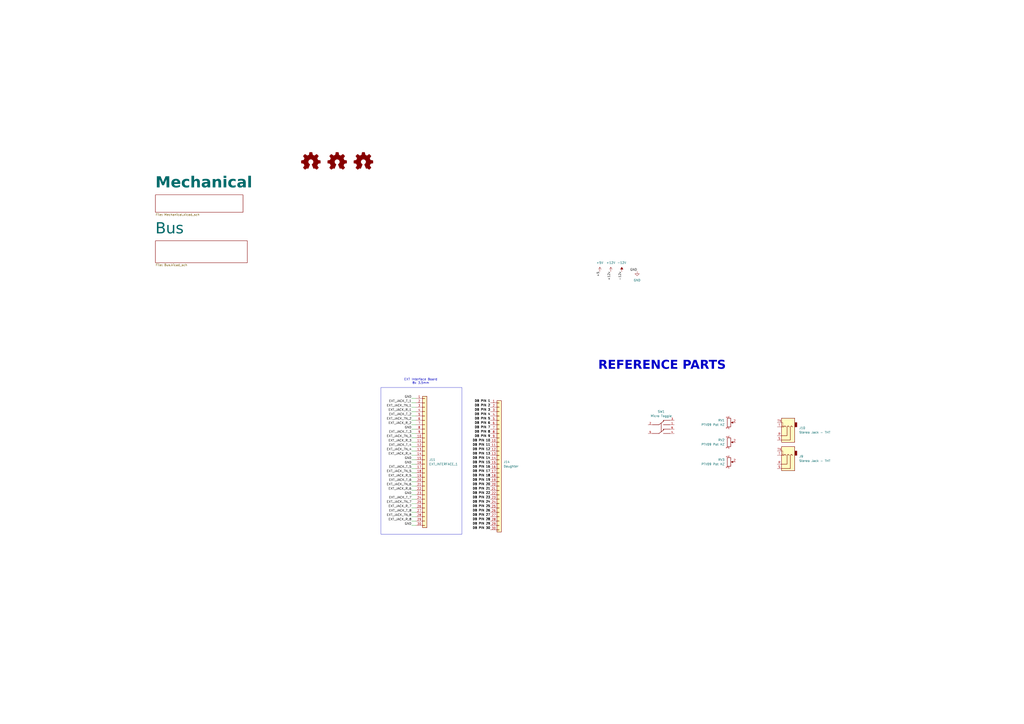
<source format=kicad_sch>
(kicad_sch (version 20231120) (generator "eeschema") (generator_version "8.0")
  (paper "A2")
  (title_block (title "Audio Thing Template") (date "2024-11-13") (rev "1.0") (company "velvia-fifty") (comment 1 "https://github.com/velvia-fifty/AudioThings") (comment 2 "You should have changed this already :)") (comment 4 "Stay humble"))
  (lib_symbols
    (symbol "AT-Symbols:DPDT Micro 1825138-7" (pin_names (offset 1.016))
      (property "Reference" "SW" (at -3.8172 6.362 0))
      (property "Value" "1825138-7" (at -3.8107 -5.7161 0))
      (symbol "DPDT Micro 1825138-7_0_0"
        (polyline (pts (xy -5.08 -2.54) (xy -1.27 -2.54)) (stroke (width 0.254)))
        (polyline (pts (xy -5.08 2.54) (xy -1.27 2.54)) (stroke (width 0.254)))
        (polyline (pts (xy -1.27 -2.54) (xy 1.5875 -0.3175)) (stroke (width 0.254)))
        (polyline (pts (xy -1.27 2.54) (xy 1.5875 4.7625)) (stroke (width 0.254)))
        (polyline (pts (xy 0 3.4925) (xy 0 -1.5875)) (stroke (width 0.254)))
        (polyline (pts (xy 1.27 -2.54) (xy 5.08 -2.54)) (stroke (width 0.254)))
        (polyline (pts (xy 1.27 0) (xy 1.27 -0.635)) (stroke (width 0.254)))
        (polyline (pts (xy 1.27 0) (xy 5.08 0)) (stroke (width 0.254)))
        (polyline (pts (xy 1.27 2.54) (xy 5.08 2.54)) (stroke (width 0.254)))
        (polyline (pts (xy 1.27 5.08) (xy 1.27 4.445)) (stroke (width 0.254)))
        (polyline (pts (xy 1.27 5.08) (xy 5.08 5.08)) (stroke (width 0.254)))
        (pin passive line (at 7.62 2.54 180) (length 2.54) (name "~") (number "1"))
        (pin passive line (at -7.62 2.54 0) (length 2.54) (name "~") (number "2"))
        (pin passive line (at 7.62 5.08 180) (length 2.54) (name "~") (number "3"))
        (pin passive line (at 7.62 -2.54 180) (length 2.54) (name "~") (number "4"))
        (pin passive line (at -7.62 -2.54 0) (length 2.54) (name "~") (number "5"))
        (pin passive line (at 7.62 0 180) (length 2.54) (name "~") (number "6"))
      )
    )
    (symbol "Connector_Audio:AudioJack3_SwitchT"
      (property "Reference" "J" (at 0 8.89 0))
      (property "Value" "AudioJack3_SwitchT" (at 0 6.35 0))
      (symbol "AudioJack3_SwitchT_0_1"
        (rectangle (start -5.08 -5.08) (end -6.35 -7.62) (stroke (width 0.254)) (fill (type outline)))
        (polyline (pts (xy 1.778 -5.334) (xy 2.032 -5.842)))
        (polyline (pts (xy 0 -5.08) (xy 0.635 -5.715) (xy 1.27 -5.08) (xy 2.54 -5.08)) (stroke (width 0.254)))
        (polyline (pts (xy 2.54 -7.62) (xy 1.778 -7.62) (xy 1.778 -5.334) (xy 1.524 -5.842)))
        (polyline (pts (xy -1.905 -5.08) (xy -1.27 -5.715) (xy -0.635 -5.08) (xy -0.635 0) (xy 2.54 0)) (stroke (width 0.254)))
        (polyline (pts (xy 2.54 2.54) (xy -2.54 2.54) (xy -2.54 -5.08) (xy -3.175 -5.715) (xy -3.81 -5.08)) (stroke (width 0.254)))
        (rectangle (start 2.54 3.81) (end -5.08 -10.16) (stroke (width 0.254)) (fill (type background)))
      )
      (symbol "AudioJack3_SwitchT_1_1"
        (pin passive line (at 5.08 0 180) (length 2.54) (name "~") (number "R"))
        (pin passive line (at 5.08 2.54 180) (length 2.54) (name "~") (number "S"))
        (pin passive line (at 5.08 -5.08 180) (length 2.54) (name "~") (number "T"))
        (pin passive line (at 5.08 -7.62 180) (length 2.54) (name "~") (number "TN"))
      )
    )
    (symbol "Connector_Generic:Conn_01x30" (pin_names (offset 1.016) hide)
      (property "Reference" "J" (at 0 38.1 0))
      (property "Value" "Conn_01x30" (at 0 -40.64 0))
      (symbol "Conn_01x30_1_1"
        (rectangle (start -1.27 -37.973) (end 0 -38.227) (stroke (width 0.1524)))
        (rectangle (start -1.27 -35.433) (end 0 -35.687) (stroke (width 0.1524)))
        (rectangle (start -1.27 -32.893) (end 0 -33.147) (stroke (width 0.1524)))
        (rectangle (start -1.27 -30.353) (end 0 -30.607) (stroke (width 0.1524)))
        (rectangle (start -1.27 -27.813) (end 0 -28.067) (stroke (width 0.1524)))
        (rectangle (start -1.27 -25.273) (end 0 -25.527) (stroke (width 0.1524)))
        (rectangle (start -1.27 -22.733) (end 0 -22.987) (stroke (width 0.1524)))
        (rectangle (start -1.27 -20.193) (end 0 -20.447) (stroke (width 0.1524)))
        (rectangle (start -1.27 -17.653) (end 0 -17.907) (stroke (width 0.1524)))
        (rectangle (start -1.27 -15.113) (end 0 -15.367) (stroke (width 0.1524)))
        (rectangle (start -1.27 -12.573) (end 0 -12.827) (stroke (width 0.1524)))
        (rectangle (start -1.27 -10.033) (end 0 -10.287) (stroke (width 0.1524)))
        (rectangle (start -1.27 -7.493) (end 0 -7.747) (stroke (width 0.1524)))
        (rectangle (start -1.27 -4.953) (end 0 -5.207) (stroke (width 0.1524)))
        (rectangle (start -1.27 -2.413) (end 0 -2.667) (stroke (width 0.1524)))
        (rectangle (start -1.27 0.127) (end 0 -0.127) (stroke (width 0.1524)))
        (rectangle (start -1.27 2.667) (end 0 2.413) (stroke (width 0.1524)))
        (rectangle (start -1.27 5.207) (end 0 4.953) (stroke (width 0.1524)))
        (rectangle (start -1.27 7.747) (end 0 7.493) (stroke (width 0.1524)))
        (rectangle (start -1.27 10.287) (end 0 10.033) (stroke (width 0.1524)))
        (rectangle (start -1.27 12.827) (end 0 12.573) (stroke (width 0.1524)))
        (rectangle (start -1.27 15.367) (end 0 15.113) (stroke (width 0.1524)))
        (rectangle (start -1.27 17.907) (end 0 17.653) (stroke (width 0.1524)))
        (rectangle (start -1.27 20.447) (end 0 20.193) (stroke (width 0.1524)))
        (rectangle (start -1.27 22.987) (end 0 22.733) (stroke (width 0.1524)))
        (rectangle (start -1.27 25.527) (end 0 25.273) (stroke (width 0.1524)))
        (rectangle (start -1.27 28.067) (end 0 27.813) (stroke (width 0.1524)))
        (rectangle (start -1.27 30.607) (end 0 30.353) (stroke (width 0.1524)))
        (rectangle (start -1.27 33.147) (end 0 32.893) (stroke (width 0.1524)))
        (rectangle (start -1.27 35.687) (end 0 35.433) (stroke (width 0.1524)))
        (rectangle (start -1.27 36.83) (end 1.27 -39.37) (stroke (width 0.254)) (fill (type background)))
        (pin passive line (at -5.08 35.56 0) (length 3.81) (name "Pin_1") (number "1"))
        (pin passive line (at -5.08 12.7 0) (length 3.81) (name "Pin_10") (number "10"))
        (pin passive line (at -5.08 10.16 0) (length 3.81) (name "Pin_11") (number "11"))
        (pin passive line (at -5.08 7.62 0) (length 3.81) (name "Pin_12") (number "12"))
        (pin passive line (at -5.08 5.08 0) (length 3.81) (name "Pin_13") (number "13"))
        (pin passive line (at -5.08 2.54 0) (length 3.81) (name "Pin_14") (number "14"))
        (pin passive line (at -5.08 0 0) (length 3.81) (name "Pin_15") (number "15"))
        (pin passive line (at -5.08 -2.54 0) (length 3.81) (name "Pin_16") (number "16"))
        (pin passive line (at -5.08 -5.08 0) (length 3.81) (name "Pin_17") (number "17"))
        (pin passive line (at -5.08 -7.62 0) (length 3.81) (name "Pin_18") (number "18"))
        (pin passive line (at -5.08 -10.16 0) (length 3.81) (name "Pin_19") (number "19"))
        (pin passive line (at -5.08 33.02 0) (length 3.81) (name "Pin_2") (number "2"))
        (pin passive line (at -5.08 -12.7 0) (length 3.81) (name "Pin_20") (number "20"))
        (pin passive line (at -5.08 -15.24 0) (length 3.81) (name "Pin_21") (number "21"))
        (pin passive line (at -5.08 -17.78 0) (length 3.81) (name "Pin_22") (number "22"))
        (pin passive line (at -5.08 -20.32 0) (length 3.81) (name "Pin_23") (number "23"))
        (pin passive line (at -5.08 -22.86 0) (length 3.81) (name "Pin_24") (number "24"))
        (pin passive line (at -5.08 -25.4 0) (length 3.81) (name "Pin_25") (number "25"))
        (pin passive line (at -5.08 -27.94 0) (length 3.81) (name "Pin_26") (number "26"))
        (pin passive line (at -5.08 -30.48 0) (length 3.81) (name "Pin_27") (number "27"))
        (pin passive line (at -5.08 -33.02 0) (length 3.81) (name "Pin_28") (number "28"))
        (pin passive line (at -5.08 -35.56 0) (length 3.81) (name "Pin_29") (number "29"))
        (pin passive line (at -5.08 30.48 0) (length 3.81) (name "Pin_3") (number "3"))
        (pin passive line (at -5.08 -38.1 0) (length 3.81) (name "Pin_30") (number "30"))
        (pin passive line (at -5.08 27.94 0) (length 3.81) (name "Pin_4") (number "4"))
        (pin passive line (at -5.08 25.4 0) (length 3.81) (name "Pin_5") (number "5"))
        (pin passive line (at -5.08 22.86 0) (length 3.81) (name "Pin_6") (number "6"))
        (pin passive line (at -5.08 20.32 0) (length 3.81) (name "Pin_7") (number "7"))
        (pin passive line (at -5.08 17.78 0) (length 3.81) (name "Pin_8") (number "8"))
        (pin passive line (at -5.08 15.24 0) (length 3.81) (name "Pin_9") (number "9"))
      )
    )
    (symbol "Device:R_Potentiometer" (pin_names (offset 1.016) hide)
      (property "Reference" "RV" (at -4.445 0 90))
      (property "Value" "R_Potentiometer" (at -2.54 0 90))
      (symbol "R_Potentiometer_0_1"
        (polyline (pts (xy 2.54 0) (xy 1.524 0)))
        (polyline (pts (xy 1.143 0) (xy 2.286 0.508) (xy 2.286 -0.508) (xy 1.143 0)) (fill (type outline)))
        (rectangle (start 1.016 2.54) (end -1.016 -2.54) (stroke (width 0.254)))
      )
      (symbol "R_Potentiometer_1_1"
        (pin passive line (at 0 3.81 270) (length 1.27) (name "1") (number "1"))
        (pin passive line (at 3.81 0 180) (length 1.27) (name "2") (number "2"))
        (pin passive line (at 0 -3.81 90) (length 1.27) (name "3") (number "3"))
      )
    )
    (symbol "Graphic:Logo_Open_Hardware_Small" (in_bom no) (on_board no)
      (symbol "Logo_Open_Hardware_Small_0_1"
        (polyline (pts (xy 3.3528 -4.3434) (xy 3.302 -4.318) (xy 3.175 -4.2418) (xy 2.9972 -4.1148) (xy 2.7686 -3.9624) (xy 2.54 -3.81) (xy 2.3622 -3.7084) (xy 2.2352 -3.6068) (xy 2.1844 -3.5814) (xy 2.159 -3.6068) (xy 2.0574 -3.6576) (xy 1.905 -3.7338) (xy 1.8034 -3.7846) (xy 1.6764 -3.8354) (xy 1.6002 -3.8354) (xy 1.6002 -3.8354) (xy 1.5494 -3.7338) (xy 1.4732 -3.5306) (xy 1.3462 -3.302) (xy 1.2446 -3.0226) (xy 1.1176 -2.7178) (xy 0.9652 -2.413) (xy 0.8636 -2.1082) (xy 0.7366 -1.8288) (xy 0.6604 -1.6256) (xy 0.6096 -1.4732) (xy 0.5842 -1.397) (xy 0.5842 -1.397) (xy 0.6604 -1.3208) (xy 0.7874 -1.2446) (xy 1.0414 -1.016) (xy 1.2954 -0.6858) (xy 1.4478 -0.3302) (xy 1.524 0.0762) (xy 1.4732 0.4572) (xy 1.3208 0.8128) (xy 1.0668 1.143) (xy 0.762 1.3716) (xy 0.4064 1.524) (xy 0 1.5748) (xy -0.381 1.5494) (xy -0.7366 1.397) (xy -1.0668 1.143) (xy -1.2192 0.9906) (xy -1.397 0.6604) (xy -1.524 0.3048) (xy -1.524 0.2286) (xy -1.4986 -0.1778) (xy -1.397 -0.5334) (xy -1.1938 -0.8636) (xy -0.9144 -1.143) (xy -0.8636 -1.1684) (xy -0.7366 -1.27) (xy -0.635 -1.3462) (xy -0.5842 -1.397) (xy -1.0668 -2.5908) (xy -1.143 -2.794) (xy -1.2954 -3.1242) (xy -1.397 -3.4036) (xy -1.4986 -3.6322) (xy -1.5748 -3.7846) (xy -1.6002 -3.8354) (xy -1.6002 -3.8354) (xy -1.651 -3.8354) (xy -1.7272 -3.81) (xy -1.905 -3.7338) (xy -2.0066 -3.683) (xy -2.1336 -3.6068) (xy -2.2098 -3.5814) (xy -2.2606 -3.6068) (xy -2.3622 -3.683) (xy -2.54 -3.81) (xy -2.7686 -3.9624) (xy -2.9718 -4.0894) (xy -3.1496 -4.2164) (xy -3.302 -4.318) (xy -3.3528 -4.3434) (xy -3.3782 -4.3434) (xy -3.429 -4.318) (xy -3.5306 -4.2164) (xy -3.7084 -4.064) (xy -3.937 -3.8354) (xy -3.9624 -3.81) (xy -4.1656 -3.6068) (xy -4.318 -3.4544) (xy -4.4196 -3.3274) (xy -4.445 -3.2766) (xy -4.445 -3.2766) (xy -4.4196 -3.2258) (xy -4.318 -3.0734) (xy -4.2164 -2.8956) (xy -4.064 -2.667) (xy -3.6576 -2.0828) (xy -3.8862 -1.5494) (xy -3.937 -1.3716) (xy -4.0386 -1.1684) (xy -4.0894 -1.0414) (xy -4.1148 -0.9652) (xy -4.191 -0.9398) (xy -4.318 -0.9144) (xy -4.5466 -0.8636) (xy -4.8006 -0.8128) (xy -5.0546 -0.7874) (xy -5.2578 -0.7366) (xy -5.4356 -0.7112) (xy -5.5118 -0.6858) (xy -5.5118 -0.6858) (xy -5.5372 -0.635) (xy -5.5372 -0.5588) (xy -5.5372 -0.4318) (xy -5.5626 -0.2286) (xy -5.5626 0.0762) (xy -5.5626 0.127) (xy -5.5372 0.4064) (xy -5.5372 0.635) (xy -5.5372 0.762) (xy -5.5372 0.8382) (xy -5.5372 0.8382) (xy -5.461 0.8382) (xy -5.3086 0.889) (xy -5.08 0.9144) (xy -4.826 0.9652) (xy -4.8006 0.9906) (xy -4.5466 1.0414) (xy -4.318 1.0668) (xy -4.1656 1.1176) (xy -4.0894 1.143) (xy -4.0894 1.143) (xy -4.0386 1.2446) (xy -3.9624 1.4224) (xy -3.8608 1.6256) (xy -3.7846 1.8288) (xy -3.7084 2.0066) (xy -3.6576 2.159) (xy -3.6322 2.2098) (xy -3.6322 2.2098) (xy -3.683 2.286) (xy -3.7592 2.413) (xy -3.8862 2.5908) (xy -4.064 2.8194) (xy -4.064 2.8448) (xy -4.2164 3.0734) (xy -4.3434 3.2512) (xy -4.4196 3.3782) (xy -4.445 3.4544) (xy -4.445 3.4544) (xy -4.3942 3.5052) (xy -4.2926 3.6322) (xy -4.1148 3.81) (xy -3.937 4.0132) (xy -3.8608 4.064) (xy -3.6576 4.2926) (xy -3.5052 4.4196) (xy -3.4036 4.4958) (xy -3.3528 4.5212) (xy -3.3528 4.5212) (xy -3.302 4.4704) (xy -3.1496 4.3688) (xy -2.9718 4.2418) (xy -2.7432 4.0894) (xy -2.7178 4.0894) (xy -2.4892 3.937) (xy -2.3114 3.81) (xy -2.1844 3.7084) (xy -2.1336 3.683) (xy -2.1082 3.683) (xy -2.032 3.7084) (xy -1.8542 3.7592) (xy -1.6764 3.8354) (xy -1.4732 3.937) (xy -1.27 4.0132) (xy -1.143 4.064) (xy -1.0668 4.1148) (xy -1.0668 4.1148) (xy -1.0414 4.191) (xy -1.016 4.3434) (xy -0.9652 4.572) (xy -0.9144 4.8514) (xy -0.889 4.9022) (xy -0.8382 5.1562) (xy -0.8128 5.3848) (xy -0.7874 5.5372) (xy -0.762 5.588) (xy -0.7112 5.6134) (xy -0.5842 5.6134) (xy -0.4064 5.6134) (xy -0.1524 5.6134) (xy 0.0762 5.6134) (xy 0.3302 5.6134) (xy 0.5334 5.6134) (xy 0.6858 5.588) (xy 0.7366 5.588) (xy 0.7366 5.588) (xy 0.762 5.5118) (xy 0.8128 5.334) (xy 0.8382 5.1054) (xy 0.9144 4.826) (xy 0.9144 4.7752) (xy 0.9652 4.5212) (xy 1.016 4.2926) (xy 1.0414 4.1402) (xy 1.0668 4.0894) (xy 1.0668 4.0894) (xy 1.1938 4.0386) (xy 1.3716 3.9624) (xy 1.5748 3.8608) (xy 2.0828 3.6576) (xy 2.7178 4.0894) (xy 2.7686 4.1402) (xy 2.9972 4.2926) (xy 3.175 4.4196) (xy 3.302 4.4958) (xy 3.3782 4.5212) (xy 3.3782 4.5212) (xy 3.429 4.4704) (xy 3.556 4.3434) (xy 3.7338 4.191) (xy 3.9116 3.9878) (xy 4.064 3.8354) (xy 4.2418 3.6576) (xy 4.3434 3.556) (xy 4.4196 3.4798) (xy 4.4196 3.429) (xy 4.4196 3.4036) (xy 4.3942 3.3274) (xy 4.2926 3.2004) (xy 4.1656 2.9972) (xy 4.0132 2.794) (xy 3.8862 2.5908) (xy 3.7592 2.3876) (xy 3.6576 2.2352) (xy 3.6322 2.159) (xy 3.6322 2.1336) (xy 3.683 2.0066) (xy 3.7592 1.8288) (xy 3.8608 1.6002) (xy 4.064 1.1176) (xy 4.3942 1.0414) (xy 4.5974 1.016) (xy 4.8768 0.9652) (xy 5.1308 0.9144) (xy 5.5372 0.8382) (xy 5.5626 -0.6604) (xy 5.4864 -0.6858) (xy 5.4356 -0.6858) (xy 5.2832 -0.7366) (xy 5.0546 -0.762) (xy 4.8006 -0.8128) (xy 4.5974 -0.8636) (xy 4.3688 -0.9144) (xy 4.2164 -0.9398) (xy 4.1402 -0.9398) (xy 4.1148 -0.9652) (xy 4.064 -1.0668) (xy 3.9878 -1.2446) (xy 3.9116 -1.4478) (xy 3.81 -1.651) (xy 3.7338 -1.8542) (xy 3.683 -2.0066) (xy 3.6576 -2.0828) (xy 3.683 -2.1336) (xy 3.7846 -2.2606) (xy 3.8862 -2.4638) (xy 4.0386 -2.667) (xy 4.191 -2.8956) (xy 4.318 -3.0734) (xy 4.3942 -3.2004) (xy 4.445 -3.2766) (xy 4.4196 -3.3274) (xy 4.3434 -3.429) (xy 4.1656 -3.5814) (xy 3.937 -3.8354) (xy 3.8862 -3.8608) (xy 3.683 -4.064) (xy 3.5306 -4.2164) (xy 3.4036 -4.318) (xy 3.3528 -4.3434)) (fill (type outline)))
      )
    )
    (symbol "power:+12V" (power) (pin_numbers hide) (pin_names (offset 0) hide)
      (property "Value" "+12V" (at 0 3.556 0))
      (symbol "+12V_0_1"
        (polyline (pts (xy -0.762 1.27) (xy 0 2.54)))
        (polyline (pts (xy 0 0) (xy 0 2.54)))
        (polyline (pts (xy 0 2.54) (xy 0.762 1.27)))
      )
      (symbol "+12V_1_1"
        (pin power_in line (at 0 0 90) (length 0) (name "~") (number "1"))
      )
    )
    (symbol "power:+5V" (power) (pin_numbers hide) (pin_names (offset 0) hide)
      (property "Value" "+5V" (at 0 3.556 0))
      (symbol "+5V_0_1"
        (polyline (pts (xy -0.762 1.27) (xy 0 2.54)))
        (polyline (pts (xy 0 0) (xy 0 2.54)))
        (polyline (pts (xy 0 2.54) (xy 0.762 1.27)))
      )
      (symbol "+5V_1_1"
        (pin power_in line (at 0 0 90) (length 0) (name "~") (number "1"))
      )
    )
    (symbol "power:-12V" (power) (pin_numbers hide) (pin_names (offset 0) hide)
      (property "Value" "-12V" (at 0 3.556 0))
      (symbol "-12V_0_0"
        (pin power_in line (at 0 0 90) (length 0) (name "~") (number "1"))
      )
      (symbol "-12V_0_1"
        (polyline (pts (xy 0 0) (xy 0 1.27) (xy 0.762 1.27) (xy 0 2.54) (xy -0.762 1.27) (xy 0 1.27)) (fill (type outline)))
      )
    )
    (symbol "power:GND" (power) (pin_numbers hide) (pin_names (offset 0) hide)
      (property "Value" "GND" (at 0 -3.81 0))
      (symbol "GND_0_1"
        (polyline (pts (xy 0 0) (xy 0 -1.27) (xy 1.27 -1.27) (xy 0 -2.54) (xy -1.27 -1.27) (xy 0 -1.27)))
      )
      (symbol "GND_1_1"
        (pin power_in line (at 0 0 270) (length 0) (name "~") (number "1"))
      )
    )
  )
  (wire (pts (xy 241.3 284.48) (xy 238.76 284.48)))
  (wire (pts (xy 241.3 261.62) (xy 238.76 261.62)))
  (wire (pts (xy 241.3 289.56) (xy 238.76 289.56)))
  (wire (pts (xy 241.3 271.78) (xy 238.76 271.78)))
  (wire (pts (xy 241.3 231.14) (xy 238.76 231.14)))
  (wire (pts (xy 241.3 233.68) (xy 238.76 233.68)))
  (wire (pts (xy 241.3 251.46) (xy 238.76 251.46)))
  (wire (pts (xy 241.3 266.7) (xy 238.76 266.7)))
  (wire (pts (xy 241.3 256.54) (xy 238.76 256.54)))
  (wire (pts (xy 241.3 238.76) (xy 238.76 238.76)))
  (wire (pts (xy 241.3 254) (xy 238.76 254)))
  (wire (pts (xy 241.3 259.08) (xy 238.76 259.08)))
  (wire (pts (xy 241.3 248.92) (xy 238.76 248.92)))
  (wire (pts (xy 241.3 241.3) (xy 238.76 241.3)))
  (wire (pts (xy 241.3 236.22) (xy 238.76 236.22)))
  (wire (pts (xy 241.3 264.16) (xy 238.76 264.16)))
  (wire (pts (xy 241.3 304.8) (xy 238.76 304.8)))
  (wire (pts (xy 241.3 281.94) (xy 238.76 281.94)))
  (wire (pts (xy 241.3 279.4) (xy 238.76 279.4)))
  (wire (pts (xy 241.3 274.32) (xy 238.76 274.32)))
  (wire (pts (xy 241.3 243.84) (xy 238.76 243.84)))
  (wire (pts (xy 241.3 297.18) (xy 238.76 297.18)))
  (wire (pts (xy 241.3 269.24) (xy 238.76 269.24)))
  (wire (pts (xy 241.3 299.72) (xy 238.76 299.72)))
  (wire (pts (xy 241.3 302.26) (xy 238.76 302.26)))
  (wire (pts (xy 241.3 294.64) (xy 238.76 294.64)))
  (wire (pts (xy 241.3 276.86) (xy 238.76 276.86)))
  (wire (pts (xy 241.3 246.38) (xy 238.76 246.38)))
  (wire (pts (xy 241.3 287.02) (xy 238.76 287.02)))
  (wire (pts (xy 241.3 292.1) (xy 238.76 292.1)))
  (rectangle (start 220.98 224.79) (end 267.97 309.88))
  (text "REFERENCE PARTS" (at 384.048 213.36 0) (effects (font (size 5.08 5.08) (thickness 1.016) (bold yes))))
  (text "EXT Interface Board\n8x 3.5mm" (at 244.094 221.234 0) (effects (font (size 1.27 1.27))))
  (label "+5" (at 347.98 157.48 270))
  (label "EXT_JACK_TN_1" (at 238.76 236.22 180))
  (label "GND" (at 238.76 266.7 180))
  (label "EXT_JACK_T_4" (at 238.76 259.08 180))
  (label "GND" (at 238.76 231.14 180))
  (label "DB PIN 8" (at 284.48 251.46 180) (effects (font (thickness 0.254) (bold yes))))
  (label "DB PIN 28" (at 284.48 302.26 180) (effects (font (thickness 0.254) (bold yes))))
  (label "DB PIN 20" (at 284.48 281.94 180) (effects (font (thickness 0.254) (bold yes))))
  (label "DB PIN 11" (at 284.48 259.08 180) (effects (font (thickness 0.254) (bold yes))))
  (label "EXT_JACK_T_3" (at 238.76 251.46 180))
  (label "GND" (at 238.76 248.92 180))
  (label "EXT_JACK_TN_4" (at 238.76 261.62 180))
  (label "DB PIN 14" (at 284.48 266.7 180) (effects (font (thickness 0.254) (bold yes))))
  (label "DB PIN 24" (at 284.48 292.1 180) (effects (font (thickness 0.254) (bold yes))))
  (label "EXT_JACK_R_3" (at 238.76 256.54 180))
  (label "DB PIN 3" (at 284.48 238.76 180) (effects (font (thickness 0.254) (bold yes))))
  (label "DB PIN 13" (at 284.48 264.16 180) (effects (font (thickness 0.254) (bold yes))))
  (label "-12v" (at 360.68 157.48 270))
  (label "DB PIN 18" (at 284.48 276.86 180) (effects (font (thickness 0.254) (bold yes))))
  (label "EXT_JACK_R_2" (at 238.76 246.38 180))
  (label "EXT_JACK_R_8" (at 238.76 302.26 180))
  (label "GND" (at 369.57 157.48 180))
  (label "EXT_JACK_T_2" (at 238.76 241.3 180))
  (label "GND" (at 238.76 287.02 180))
  (label "EXT_JACK_T_5" (at 238.76 271.78 180))
  (label "EXT_JACK_TN_7" (at 238.76 292.1 180))
  (label "DB PIN 10" (at 284.48 256.54 180) (effects (font (thickness 0.254) (bold yes))))
  (label "DB PIN 30" (at 284.48 307.34 180) (effects (font (thickness 0.254) (bold yes))))
  (label "EXT_JACK_TN_5" (at 238.76 274.32 180))
  (label "EXT_JACK_TN_2" (at 238.76 243.84 180))
  (label "EXT_JACK_TN_8" (at 238.76 299.72 180))
  (label "EXT_JACK_R_7" (at 238.76 294.64 180))
  (label "DB PIN 7" (at 284.48 248.92 180) (effects (font (thickness 0.254) (bold yes))))
  (label "DB PIN 9" (at 284.48 254 180) (effects (font (thickness 0.254) (bold yes))))
  (label "EXT_JACK_R_4" (at 238.76 264.16 180))
  (label "DB PIN 1" (at 284.48 233.68 180) (effects (font (thickness 0.254) (bold yes))))
  (label "DB PIN 2" (at 284.48 236.22 180) (effects (font (thickness 0.254) (bold yes))))
  (label "GND" (at 238.76 269.24 180))
  (label "GND" (at 238.76 304.8 180))
  (label "DB PIN 15" (at 284.48 269.24 180) (effects (font (thickness 0.254) (bold yes))))
  (label "DB PIN 19" (at 284.48 279.4 180) (effects (font (thickness 0.254) (bold yes))))
  (label "EXT_JACK_TN_6" (at 238.76 281.94 180))
  (label "DB PIN 21" (at 284.48 284.48 180) (effects (font (thickness 0.254) (bold yes))))
  (label "DB PIN 4" (at 284.48 241.3 180) (effects (font (thickness 0.254) (bold yes))))
  (label "DB PIN 25" (at 284.48 294.64 180) (effects (font (thickness 0.254) (bold yes))))
  (label "DB PIN 12" (at 284.48 261.62 180) (effects (font (thickness 0.254) (bold yes))))
  (label "DB PIN 29" (at 284.48 304.8 180) (effects (font (thickness 0.254) (bold yes))))
  (label "DB PIN 22" (at 284.48 287.02 180) (effects (font (thickness 0.254) (bold yes))))
  (label "EXT_JACK_R_1" (at 238.76 238.76 180))
  (label "EXT_JACK_R_6" (at 238.76 284.48 180))
  (label "EXT_JACK_T_6" (at 238.76 279.4 180))
  (label "DB PIN 6" (at 284.48 246.38 180) (effects (font (thickness 0.254) (bold yes))))
  (label "EXT_JACK_TN_3" (at 238.76 254 180))
  (label "+12v" (at 354.33 157.48 270))
  (label "DB PIN 16" (at 284.48 271.78 180) (effects (font (thickness 0.254) (bold yes))))
  (label "DB PIN 23" (at 284.48 289.56 180) (effects (font (thickness 0.254) (bold yes))))
  (label "EXT_JACK_T_8" (at 238.76 297.18 180))
  (label "EXT_JACK_T_1" (at 238.76 233.68 180))
  (label "EXT_JACK_R_5" (at 238.76 276.86 180))
  (label "DB PIN 5" (at 284.48 243.84 180) (effects (font (thickness 0.254) (bold yes))))
  (label "DB PIN 17" (at 284.48 274.32 180) (effects (font (thickness 0.254) (bold yes))))
  (label "DB PIN 27" (at 284.48 299.72 180) (effects (font (thickness 0.254) (bold yes))))
  (label "EXT_JACK_T_7" (at 238.76 289.56 180))
  (label "DB PIN 26" (at 284.48 297.18 180) (effects (font (thickness 0.254) (bold yes))))
  (symbol (lib_id "power:-12V") (at 360.68 157.48 0) (unit 1)
    (property "Reference" "#PWR023" (effects (hide yes)))
    (property "Value" "-12V" (at 360.68 152.4 0))
    (property "Description" "Power symbol creates a global label with name \"-12V\"" (effects (hide yes)))
  )
  (symbol (lib_id "Device:R_Potentiometer") (at 422.91 245.11 0) (unit 1)
    (property "Reference" "RV1" (at 420.37 243.8399 0) (effects (justify right)))
    (property "Value" "PTV09 Pot HZ" (at 420.37 246.3799 0) (effects (justify right)))
    (property "Footprint" "Potentiometer_THT:Potentiometer_Bourns_PTV09A-2_Single_Horizontal" (effects (hide yes)))
    (property "Description" "Potentiometer" (effects (hide yes)))
  )
  (symbol (lib_id "Device:R_Potentiometer") (at 422.91 267.97 0) (unit 1)
    (property "Reference" "RV3" (at 420.37 266.6999 0) (effects (justify right)))
    (property "Value" "PTV09 Pot HZ" (at 420.37 269.2399 0) (effects (justify right)))
    (property "Footprint" "Potentiometer_THT:Potentiometer_Bourns_PTV09A-2_Single_Horizontal" (effects (hide yes)))
    (property "Description" "Potentiometer" (effects (hide yes)))
  )
  (symbol (lib_id "Graphic:Logo_Open_Hardware_Small") (at 210.82 93.98 0) (unit 1) (exclude_from_sim yes) (in_bom no) (on_board no)
    (property "Reference" "#SYM3" (effects (hide yes)))
    (property "Value" "CC" (effects (hide yes)))
    (property "Footprint" "Symbol:Symbol_CreativeCommons_SilkScreenTop_Type2_Big" (effects (hide yes)))
    (property "Description" "CC" (effects (hide yes)))
  )
  (symbol (lib_id "power:+5V") (at 347.98 157.48 0) (unit 1)
    (property "Reference" "#PWR021" (effects (hide yes)))
    (property "Value" "+5V" (at 347.98 152.4 0))
    (property "Description" "Power symbol creates a global label with name \"+5V\"" (effects (hide yes)))
  )
  (symbol (lib_id "Connector_Generic:Conn_01x30") (at 289.56 269.24 0) (unit 1)
    (property "Reference" "J14" (at 292.1 267.9699 0) (effects (justify left)))
    (property "Value" "Daughter" (at 292.1 270.5099 0) (effects (justify left)))
    (property "Footprint" "AT-Footprints:AMPHENOL_SFV30R-4STE1HLF - FFC - 30 RA" (effects (hide yes)))
    (property "Description" "Generic connector, single row, 01x30, script generated (kicad-library-utils/schlib/autogen/connector/)" (effects (hide yes)))
  )
  (symbol (lib_id "power:GND") (at 369.57 157.48 0) (unit 1)
    (property "Reference" "#PWR024" (effects (hide yes)))
    (property "Value" "GND" (at 369.57 162.56 0))
    (property "Description" "Power symbol creates a global label with name \"GND\" , ground" (effects (hide yes)))
  )
  (symbol (lib_id "power:+12V") (at 354.33 157.48 0) (unit 1)
    (property "Reference" "#PWR022" (effects (hide yes)))
    (property "Value" "+12V" (at 354.33 152.4 0))
    (property "Description" "Power symbol creates a global label with name \"+12V\"" (effects (hide yes)))
  )
  (symbol (lib_id "AT-Symbols:DPDT Micro 1825138-7") (at 383.54 248.92 0) (unit 1)
    (property "Reference" "SW1" (at 383.54 238.76 0))
    (property "Value" "Micro Toggle" (at 383.54 241.3 0))
    (property "Footprint" "AT-Footprints:DPDT Micro SW_1825138-7" (effects (hide yes)))
    (property "Description" "TE Part" (effects (hide yes)))
    (property "PARTREV" "A5" (effects (hide yes)))
    (property "STANDARD" "Manufacturer recommendations" (effects (hide yes)))
    (property "MANUFACTURER" "TE Connectivity" (effects (hide yes)))
  )
  (symbol (lib_id "Connector_Audio:AudioJack3_SwitchT") (at 455.93 252.73 180) (unit 1)
    (property "Reference" "J10" (at 463.55 248.2849 0) (effects (justify right)))
    (property "Value" "Stereo Jack - THT" (at 463.55 250.8249 0) (effects (justify right)))
    (property "Footprint" "Connector_Audio:Jack_3.5mm_CUI_SJ1-3514N_Horizontal" (effects (hide yes)))
    (property "Description" "Audio Jack, 3 Poles (Stereo / TRS), Switched T Pole (Normalling)" (effects (hide yes)))
  )
  (symbol (lib_id "Connector_Audio:AudioJack3_SwitchT") (at 455.93 269.24 180) (unit 1)
    (property "Reference" "J9" (at 463.55 264.7949 0) (effects (justify right)))
    (property "Value" "Stereo Jack - THT" (at 463.55 267.3349 0) (effects (justify right)))
    (property "Footprint" "Connector_Audio:Jack_3.5mm_CUI_SJ1-3514N_Horizontal" (effects (hide yes)))
    (property "Description" "Audio Jack, 3 Poles (Stereo / TRS), Switched T Pole (Normalling)" (effects (hide yes)))
  )
  (symbol (lib_id "Graphic:Logo_Open_Hardware_Small") (at 195.58 93.98 0) (unit 1) (exclude_from_sim yes) (in_bom no) (on_board no)
    (property "Reference" "#SYM2" (effects (hide yes)))
    (property "Value" "Logo Kicad" (effects (hide yes)))
    (property "Footprint" "Symbol:KiCad-Logo2_5mm_SilkScreen" (effects (hide yes)))
    (property "Description" "Logo Kicadx" (effects (hide yes)))
  )
  (symbol (lib_id "Graphic:Logo_Open_Hardware_Small") (at 180.34 93.98 0) (unit 1) (exclude_from_sim yes) (in_bom no)
    (property "Reference" "#SYM1" (effects (hide yes)))
    (property "Value" "Logo_Open_Hardware_Small" (effects (hide yes)))
    (property "Footprint" "Symbol:OSHW-Logo2_7.3x6mm_SilkScreen" (effects (hide yes)))
    (property "Description" "Open Hardware logo, small" (effects (hide yes)))
  )
  (symbol (lib_id "Connector_Generic:Conn_01x30") (at 246.38 266.7 0) (unit 1)
    (property "Reference" "J11" (at 248.92 266.6999 0) (effects (justify left)))
    (property "Value" "EXT_INTERFACE_1" (at 248.92 269.2399 0) (effects (justify left)))
    (property "Footprint" "AT-Footprints:AMPHENOL_SFV30R-4STE1HLF - FFC - 30 RA" (effects (hide yes)))
    (property "Description" "Generic connector, single row, 01x30, script generated (kicad-library-utils/schlib/autogen/connector/)" (effects (hide yes)))
  )
  (symbol (lib_id "Device:R_Potentiometer") (at 422.91 256.54 0) (unit 1)
    (property "Reference" "RV2" (at 420.37 255.2699 0) (effects (justify right)))
    (property "Value" "PTV09 Pot HZ" (at 420.37 257.8099 0) (effects (justify right)))
    (property "Footprint" "Potentiometer_THT:Potentiometer_Bourns_PTV09A-2_Single_Horizontal" (effects (hide yes)))
    (property "Description" "Potentiometer" (effects (hide yes)))
  )
  (sheet (at 90.17 113.03) (size 50.8 10.16) (stroke (width 0.1524))
    (property "Sheetname" "Mechanical" (at 90.17 109.7784 0) (effects (font (size 6.35 6.35) (thickness 1.27) (bold yes)) (justify left bottom)))
    (property "Sheetfile" "Mechanical.kicad_sch" (at 90.17 123.7746 0) (effects (justify left top)))
  )
  (sheet (at 90.17 139.7) (size 53.34 12.7) (stroke (width 0.1524))
    (property "Sheetname" "Bus" (at 90.17 136.4484 0) (effects (font (size 6.35 6.35)) (justify left bottom)))
    (property "Sheetfile" "Bus.kicad_sch" (at 90.17 152.9846 0) (effects (justify left top)))
  )
)
</source>
